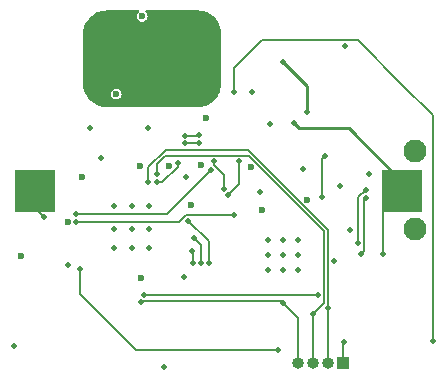
<source format=gbr>
%TF.GenerationSoftware,KiCad,Pcbnew,(6.0.0)*%
%TF.CreationDate,2022-05-30T17:20:12+01:00*%
%TF.ProjectId,Tracer,54726163-6572-42e6-9b69-6361645f7063,E*%
%TF.SameCoordinates,Original*%
%TF.FileFunction,Copper,L4,Bot*%
%TF.FilePolarity,Positive*%
%FSLAX46Y46*%
G04 Gerber Fmt 4.6, Leading zero omitted, Abs format (unit mm)*
G04 Created by KiCad (PCBNEW (6.0.0)) date 2022-05-30 17:20:12*
%MOMM*%
%LPD*%
G01*
G04 APERTURE LIST*
%TA.AperFunction,ComponentPad*%
%ADD10C,1.950000*%
%TD*%
%TA.AperFunction,ComponentPad*%
%ADD11R,1.000000X1.000000*%
%TD*%
%TA.AperFunction,ComponentPad*%
%ADD12O,1.000000X1.000000*%
%TD*%
%TA.AperFunction,SMDPad,CuDef*%
%ADD13R,3.400000X3.600000*%
%TD*%
%TA.AperFunction,ViaPad*%
%ADD14C,0.500000*%
%TD*%
%TA.AperFunction,ViaPad*%
%ADD15C,0.600000*%
%TD*%
%TA.AperFunction,Conductor*%
%ADD16C,0.150000*%
%TD*%
%TA.AperFunction,Conductor*%
%ADD17C,0.250000*%
%TD*%
%TA.AperFunction,Conductor*%
%ADD18C,0.200000*%
%TD*%
G04 APERTURE END LIST*
D10*
%TO.P,J1,MH1,MH1*%
%TO.N,unconnected-(J1-PadMH1)*%
X163475000Y-99500000D03*
%TO.P,J1,MH2,MH2*%
%TO.N,unconnected-(J1-PadMH2)*%
X163475000Y-92900000D03*
%TD*%
D11*
%TO.P,J2,1,Pin_1*%
%TO.N,DTR*%
X157400000Y-110900000D03*
D12*
%TO.P,J2,2,Pin_2*%
%TO.N,U0RXD*%
X156130000Y-110900000D03*
%TO.P,J2,3,Pin_3*%
%TO.N,U0TXD*%
X154860000Y-110900000D03*
%TO.P,J2,4,Pin_4*%
%TO.N,RTS*%
X153590000Y-110900000D03*
%TD*%
D13*
%TO.P,BT1,1,+*%
%TO.N,Net-(BT1-Pad1)*%
X162400000Y-96300000D03*
%TO.P,BT1,2,-*%
%TO.N,GND*%
X131300000Y-96300000D03*
%TD*%
D14*
%TO.N,+BATT*%
X165000000Y-109000000D03*
X148200000Y-87900000D03*
%TO.N,GND*%
X138000000Y-101100000D03*
X139500000Y-97600000D03*
X138000000Y-99550000D03*
X136135000Y-83080000D03*
X151200000Y-90600000D03*
X146295000Y-88160000D03*
X143755000Y-83080000D03*
X157950000Y-99600000D03*
X151060000Y-102950000D03*
X151060000Y-101680000D03*
X141000000Y-101100000D03*
X149679122Y-87879122D03*
X146295000Y-83080000D03*
X153600000Y-102950000D03*
X152330000Y-100410000D03*
X143900000Y-103600000D03*
X139500000Y-101100000D03*
X140850000Y-90950000D03*
X143755000Y-88160000D03*
X154000000Y-94400000D03*
X135950000Y-90950000D03*
X141000000Y-99550000D03*
X150400000Y-96400000D03*
X134100000Y-102600000D03*
X151060000Y-100410000D03*
X136900000Y-93500000D03*
X141000000Y-97600000D03*
X157600000Y-84000000D03*
X159600000Y-94900000D03*
X152330000Y-102950000D03*
X156600000Y-102250000D03*
X141215000Y-85620000D03*
X142200000Y-111200000D03*
X141215000Y-88160000D03*
X129500000Y-109400000D03*
X157100000Y-95850000D03*
X144100000Y-95100000D03*
X132100000Y-98500000D03*
X152330000Y-101680000D03*
X139500000Y-99550000D03*
X138000000Y-97600000D03*
X153600000Y-101680000D03*
X153600000Y-100410000D03*
X136135000Y-88160000D03*
D15*
%TO.N,+3V3*%
X140200000Y-94200000D03*
X140300000Y-103700000D03*
X142700000Y-94200000D03*
X140395000Y-81500000D03*
X135300000Y-95100000D03*
X154332671Y-97067329D03*
X138195000Y-88100000D03*
X145400000Y-94100000D03*
X134100000Y-98900000D03*
X150500000Y-97900000D03*
X144500000Y-97500000D03*
X130100000Y-101800000D03*
X145750000Y-90150000D03*
X149600000Y-94300000D03*
D14*
%TO.N,GPIO10*%
X145400000Y-102400000D03*
X144800000Y-100300000D03*
%TO.N,GPIO17*%
X144600000Y-101370500D03*
X144700000Y-102369500D03*
%TO.N,GPIO7*%
X144300000Y-98800000D03*
X146049503Y-102400000D03*
%TO.N,GPIO36*%
X146200000Y-94500000D03*
X134800000Y-98250497D03*
%TO.N,GPIO37*%
X134800000Y-98900000D03*
X148200000Y-98300000D03*
%TO.N,VUSB*%
X155600000Y-96800000D03*
X155900000Y-93300000D03*
%TO.N,GPIO18*%
X144025500Y-91600000D03*
X145200000Y-91550497D03*
X148600000Y-93800000D03*
X147634166Y-96656944D03*
%TO.N,GPIO23*%
X147300000Y-96100000D03*
X145200000Y-92200000D03*
X144025500Y-92249503D03*
X146500000Y-93800000D03*
%TO.N,GPIO19*%
X141600000Y-95549503D03*
X143400000Y-93900000D03*
%TO.N,U0RXD*%
X156100000Y-106200000D03*
X140900000Y-95500000D03*
%TO.N,Net-(D4-Pad1)*%
X154300000Y-89600000D03*
X152300000Y-85400000D03*
%TO.N,D+*%
X159300000Y-96200000D03*
X158660506Y-100700000D03*
%TO.N,D-*%
X158925500Y-101650000D03*
X159352334Y-96900000D03*
%TO.N,U0TXD*%
X141600000Y-94900000D03*
X154860000Y-106689022D03*
%TO.N,RTS*%
X152300000Y-105800000D03*
X140294609Y-105716172D03*
%TO.N,DTR*%
X157500000Y-109100000D03*
X140500000Y-105100000D03*
X155300000Y-105100000D03*
%TO.N,GPIO35*%
X135100000Y-102900000D03*
X151900000Y-109800000D03*
%TO.N,Net-(BT1-Pad1)*%
X160800000Y-101600000D03*
X153200000Y-90500000D03*
%TD*%
D16*
%TO.N,+BATT*%
X148200000Y-85850978D02*
X148200000Y-87900000D01*
X150525489Y-83525489D02*
X148200000Y-85850978D01*
X162400000Y-87300000D02*
X158625489Y-83525489D01*
X158625489Y-83525489D02*
X150525489Y-83525489D01*
X165000000Y-109000000D02*
X165000000Y-89900000D01*
X165000000Y-89900000D02*
X162400000Y-87300000D01*
%TO.N,GND*%
X132100000Y-98500000D02*
X131245000Y-97645000D01*
%TO.N,GPIO10*%
X145400000Y-100900000D02*
X144800000Y-100300000D01*
X145400000Y-102400000D02*
X145400000Y-100900000D01*
%TO.N,GPIO17*%
X144700000Y-102369500D02*
X144700000Y-101470500D01*
X144700000Y-101470500D02*
X144600000Y-101370500D01*
%TO.N,GPIO7*%
X146049503Y-100549503D02*
X144300000Y-98800000D01*
X146049503Y-102400000D02*
X146049503Y-100549503D01*
%TO.N,GPIO36*%
X134800000Y-98250497D02*
X142449503Y-98250497D01*
X142449503Y-98250497D02*
X146200000Y-94500000D01*
%TO.N,GPIO37*%
X144128939Y-98300000D02*
X148200000Y-98300000D01*
X143528939Y-98900000D02*
X144128939Y-98300000D01*
X134800000Y-98900000D02*
X143528939Y-98900000D01*
%TO.N,VUSB*%
X155600000Y-93600000D02*
X155900000Y-93300000D01*
X155600000Y-96800000D02*
X155600000Y-93600000D01*
%TO.N,GPIO18*%
X147634166Y-96656944D02*
X148600000Y-95691110D01*
X144025500Y-91600000D02*
X145150497Y-91600000D01*
X145150497Y-91600000D02*
X145200000Y-91550497D01*
X148600000Y-95691110D02*
X148600000Y-93800000D01*
%TO.N,GPIO23*%
X147300000Y-96100000D02*
X147300000Y-94928939D01*
X144025500Y-92249503D02*
X145150497Y-92249503D01*
X145150497Y-92249503D02*
X145200000Y-92200000D01*
X146500000Y-94128939D02*
X146500000Y-93800000D01*
X147300000Y-94928939D02*
X146500000Y-94128939D01*
%TO.N,GPIO19*%
X142092269Y-95549503D02*
X143400000Y-94241772D01*
X141600000Y-95549503D02*
X142092269Y-95549503D01*
X143400000Y-94241772D02*
X143400000Y-93900000D01*
%TO.N,U0RXD*%
X140900000Y-94300000D02*
X142400000Y-92800000D01*
X156100000Y-106200000D02*
X156100000Y-110870000D01*
X156100000Y-99576414D02*
X156100000Y-106200000D01*
X142400000Y-92800000D02*
X149323586Y-92800000D01*
X149323586Y-92800000D02*
X156100000Y-99576414D01*
X140900000Y-95500000D02*
X140900000Y-94300000D01*
D17*
%TO.N,Net-(D4-Pad1)*%
X154300000Y-89600000D02*
X154300000Y-87400000D01*
X154300000Y-87400000D02*
X152300000Y-85400000D01*
D18*
%TO.N,D+*%
X158660506Y-100700000D02*
X158660506Y-96839494D01*
X158660506Y-96839494D02*
X159300000Y-96200000D01*
%TO.N,D-*%
X159238731Y-96900000D02*
X159160006Y-96978725D01*
X159352334Y-96900000D02*
X159238731Y-96900000D01*
X159160006Y-101415494D02*
X158925500Y-101650000D01*
X159160006Y-96978725D02*
X159160006Y-101415494D01*
D16*
%TO.N,U0TXD*%
X142298097Y-93325489D02*
X149425489Y-93325489D01*
X141600000Y-94900000D02*
X141600000Y-94023586D01*
X155774511Y-105774511D02*
X154860000Y-106689022D01*
X141600000Y-94023586D02*
X142298097Y-93325489D01*
X149425489Y-93325489D02*
X155774511Y-99674511D01*
X154860000Y-106689022D02*
X154860000Y-110900000D01*
X155774511Y-99674511D02*
X155774511Y-105774511D01*
%TO.N,RTS*%
X140369028Y-105641753D02*
X152141753Y-105641753D01*
X153590000Y-110900000D02*
X153590000Y-107090000D01*
X140369028Y-105641753D02*
X140294609Y-105716172D01*
X152141753Y-105641753D02*
X152300000Y-105800000D01*
X153590000Y-107090000D02*
X152300000Y-105800000D01*
%TO.N,DTR*%
X155300000Y-105100000D02*
X140500000Y-105100000D01*
X157500000Y-109100000D02*
X157400000Y-109200000D01*
X157400000Y-109200000D02*
X157400000Y-110900000D01*
%TO.N,GPIO35*%
X135100000Y-102900000D02*
X135100000Y-105000000D01*
X139900000Y-109800000D02*
X151900000Y-109800000D01*
X135100000Y-105000000D02*
X139900000Y-109800000D01*
D17*
%TO.N,Net-(BT1-Pad1)*%
X153700000Y-91000000D02*
X153200000Y-90500000D01*
X154600000Y-91000000D02*
X157900000Y-91000000D01*
X154600000Y-91000000D02*
X153700000Y-91000000D01*
D16*
X160800000Y-101600000D02*
X160800000Y-97845000D01*
D17*
X157900000Y-91000000D02*
X162400000Y-95500000D01*
%TD*%
%TA.AperFunction,Conductor*%
%TO.N,GND*%
G36*
X140134747Y-81017313D02*
G01*
X140160057Y-81061150D01*
X140151267Y-81111000D01*
X140126669Y-81136584D01*
X140100019Y-81153399D01*
X140096531Y-81157348D01*
X140096529Y-81157350D01*
X140093288Y-81161020D01*
X140014596Y-81250122D01*
X140012357Y-81254891D01*
X140012355Y-81254894D01*
X139984156Y-81314957D01*
X139959754Y-81366932D01*
X139939901Y-81494440D01*
X139940584Y-81499663D01*
X139940584Y-81499666D01*
X139941708Y-81508257D01*
X139956633Y-81622394D01*
X140008605Y-81740510D01*
X140091639Y-81839291D01*
X140199060Y-81910796D01*
X140204092Y-81912368D01*
X140204094Y-81912369D01*
X140239281Y-81923362D01*
X140322233Y-81949278D01*
X140327501Y-81949375D01*
X140327504Y-81949375D01*
X140381552Y-81950365D01*
X140451255Y-81951643D01*
X140456338Y-81950257D01*
X140456340Y-81950257D01*
X140570671Y-81919086D01*
X140575755Y-81917700D01*
X140685724Y-81850179D01*
X140772322Y-81754507D01*
X140828588Y-81638375D01*
X140849997Y-81511120D01*
X140850133Y-81500000D01*
X140831839Y-81372259D01*
X140808378Y-81320659D01*
X140780610Y-81259586D01*
X140780608Y-81259583D01*
X140778428Y-81254788D01*
X140771003Y-81246170D01*
X140697633Y-81161020D01*
X140697632Y-81161019D01*
X140694193Y-81157028D01*
X140689774Y-81154164D01*
X140689772Y-81154162D01*
X140661900Y-81136097D01*
X140631401Y-81095698D01*
X140634006Y-81045146D01*
X140668496Y-81008095D01*
X140702149Y-81000000D01*
X145092364Y-81000000D01*
X145097642Y-81000189D01*
X145374347Y-81019979D01*
X145384797Y-81021481D01*
X145653297Y-81079890D01*
X145663427Y-81082865D01*
X145768878Y-81122196D01*
X145920876Y-81178888D01*
X145930471Y-81183270D01*
X146171638Y-81314957D01*
X146180511Y-81320659D01*
X146384426Y-81473309D01*
X146400485Y-81485330D01*
X146408464Y-81492244D01*
X146602756Y-81686536D01*
X146609670Y-81694515D01*
X146774341Y-81914489D01*
X146780043Y-81923362D01*
X146911728Y-82164525D01*
X146916114Y-82174129D01*
X147012135Y-82431573D01*
X147015110Y-82441703D01*
X147073519Y-82710203D01*
X147075021Y-82720654D01*
X147094811Y-82997357D01*
X147095000Y-83002636D01*
X147095000Y-87197364D01*
X147094811Y-87202643D01*
X147075021Y-87479346D01*
X147073519Y-87489797D01*
X147015110Y-87758297D01*
X147012135Y-87768427D01*
X146936154Y-87972142D01*
X146916114Y-88025871D01*
X146911730Y-88035471D01*
X146803777Y-88233173D01*
X146780046Y-88276633D01*
X146774341Y-88285511D01*
X146662243Y-88435256D01*
X146609670Y-88505485D01*
X146602756Y-88513464D01*
X146408464Y-88707756D01*
X146400485Y-88714670D01*
X146180511Y-88879341D01*
X146171638Y-88885043D01*
X145930471Y-89016730D01*
X145920876Y-89021112D01*
X145768878Y-89077804D01*
X145663427Y-89117135D01*
X145653297Y-89120110D01*
X145384797Y-89178519D01*
X145374347Y-89180021D01*
X145097643Y-89199811D01*
X145092364Y-89200000D01*
X137397636Y-89200000D01*
X137392357Y-89199811D01*
X137115653Y-89180021D01*
X137105203Y-89178519D01*
X136836703Y-89120110D01*
X136826573Y-89117135D01*
X136721122Y-89077804D01*
X136569124Y-89021112D01*
X136559529Y-89016730D01*
X136318362Y-88885043D01*
X136309489Y-88879341D01*
X136089515Y-88714670D01*
X136081536Y-88707756D01*
X135887244Y-88513464D01*
X135880330Y-88505485D01*
X135827757Y-88435256D01*
X135715659Y-88285511D01*
X135709954Y-88276633D01*
X135686224Y-88233173D01*
X135610470Y-88094440D01*
X137739901Y-88094440D01*
X137740584Y-88099663D01*
X137740584Y-88099666D01*
X137741708Y-88108257D01*
X137756633Y-88222394D01*
X137808605Y-88340510D01*
X137891639Y-88439291D01*
X137999060Y-88510796D01*
X138004092Y-88512368D01*
X138004094Y-88512369D01*
X138039714Y-88523497D01*
X138122233Y-88549278D01*
X138127501Y-88549375D01*
X138127504Y-88549375D01*
X138181552Y-88550365D01*
X138251255Y-88551643D01*
X138256338Y-88550257D01*
X138256340Y-88550257D01*
X138370671Y-88519086D01*
X138375755Y-88517700D01*
X138485724Y-88450179D01*
X138572322Y-88354507D01*
X138628588Y-88238375D01*
X138649997Y-88111120D01*
X138650133Y-88100000D01*
X138631839Y-87972259D01*
X138578428Y-87854788D01*
X138571003Y-87846170D01*
X138497633Y-87761020D01*
X138497632Y-87761019D01*
X138494193Y-87757028D01*
X138489774Y-87754164D01*
X138489772Y-87754162D01*
X138390329Y-87689708D01*
X138390330Y-87689708D01*
X138385906Y-87686841D01*
X138380857Y-87685331D01*
X138380855Y-87685330D01*
X138267326Y-87651377D01*
X138267325Y-87651377D01*
X138262273Y-87649866D01*
X138196771Y-87649466D01*
X138138501Y-87649110D01*
X138138500Y-87649110D01*
X138133231Y-87649078D01*
X138009155Y-87684539D01*
X137900019Y-87753399D01*
X137896531Y-87757348D01*
X137896529Y-87757350D01*
X137860845Y-87797755D01*
X137814596Y-87850122D01*
X137812357Y-87854891D01*
X137812355Y-87854894D01*
X137768892Y-87947469D01*
X137759754Y-87966932D01*
X137739901Y-88094440D01*
X135610470Y-88094440D01*
X135578270Y-88035471D01*
X135573886Y-88025871D01*
X135553847Y-87972142D01*
X135477865Y-87768427D01*
X135474890Y-87758297D01*
X135416481Y-87489797D01*
X135414979Y-87479346D01*
X135395189Y-87202643D01*
X135395000Y-87197364D01*
X135395000Y-83002636D01*
X135395189Y-82997357D01*
X135414979Y-82720654D01*
X135416481Y-82710203D01*
X135474890Y-82441703D01*
X135477865Y-82431573D01*
X135573886Y-82174129D01*
X135578272Y-82164525D01*
X135709957Y-81923362D01*
X135715659Y-81914489D01*
X135880330Y-81694515D01*
X135887244Y-81686536D01*
X136081536Y-81492244D01*
X136089515Y-81485330D01*
X136105574Y-81473309D01*
X136309489Y-81320659D01*
X136318362Y-81314957D01*
X136559529Y-81183270D01*
X136569124Y-81178888D01*
X136721122Y-81122196D01*
X136826573Y-81082865D01*
X136836703Y-81079890D01*
X137105203Y-81021481D01*
X137115653Y-81019979D01*
X137392358Y-81000189D01*
X137397636Y-81000000D01*
X140087181Y-81000000D01*
X140134747Y-81017313D01*
G37*
%TD.AperFunction*%
%TD*%
M02*

</source>
